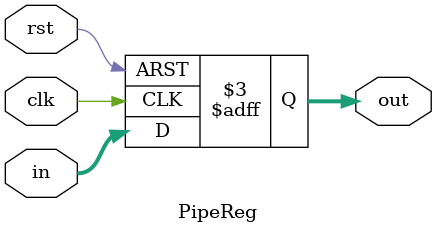
<source format=v>
module counter(clk, rst, count);
    parameter WIDTH=32;
    input clk, rst;
    output [0:(WIDTH-1)] count;

    wire [0:(WIDTH-1)] prev, next;

    // Registers to store value
    // 'prev' is _output_
    // 'next' is _input_
    PipeReg #(.width(WIDTH), .init(0)) ACCUM_REG(
        .out(prev),
        .in(next),
        .clk(clk),
        .rst(rst)
    );
    // Adder to increment value
    // 'prev' is _input_
    // 'next' is _output_
    fa_nbit #(.WIDTH(WIDTH)) FA32(
        .A(prev),
        .B(32'h00000001),
        .cin(1'b0),
        .Sum(next),
        .cout()
    );
    assign count = prev;
endmodule

// Pipe register from Synopsys template
module PipeReg(out, in, clk, rst); // synopsys template
   parameter width = 32, init = 0;
   output [0:width-1] out;
   reg [0:width-1]    out;
   input [0:width-1]  in;
   input 	      clk, rst;

   always @ (posedge clk or negedge rst)
     if (~rst)
       out <= init;
     else
       out <= in;
endmodule // PipeReg



</source>
